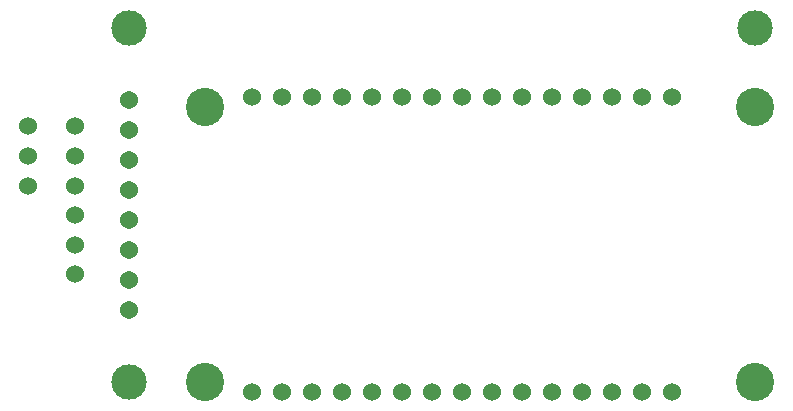
<source format=gbs>
G04 #@! TF.GenerationSoftware,KiCad,Pcbnew,7.0.8*
G04 #@! TF.CreationDate,2023-11-10T17:37:59-07:00*
G04 #@! TF.ProjectId,longmon-hatt,6c6f6e67-6d6f-46e2-9d68-6174742e6b69,rev?*
G04 #@! TF.SameCoordinates,Original*
G04 #@! TF.FileFunction,Soldermask,Bot*
G04 #@! TF.FilePolarity,Negative*
%FSLAX46Y46*%
G04 Gerber Fmt 4.6, Leading zero omitted, Abs format (unit mm)*
G04 Created by KiCad (PCBNEW 7.0.8) date 2023-11-10 17:37:59*
%MOMM*%
%LPD*%
G01*
G04 APERTURE LIST*
%ADD10C,3.240000*%
%ADD11C,1.524000*%
%ADD12C,3.000000*%
%ADD13C,1.540000*%
G04 APERTURE END LIST*
D10*
X146000000Y-111642000D03*
X192540000Y-111642000D03*
X146000000Y-88358000D03*
X192540000Y-88358000D03*
D11*
X185560000Y-87500000D03*
X152540000Y-112500000D03*
X155080000Y-112500000D03*
X150000000Y-112500000D03*
X157620000Y-112500000D03*
X160160000Y-112500000D03*
X162700000Y-112500000D03*
X165240000Y-112500000D03*
X167780000Y-112500000D03*
X170320000Y-112500000D03*
X172860000Y-112500000D03*
X175400000Y-112500000D03*
X177940000Y-112500000D03*
X180480000Y-112500000D03*
X180480000Y-87500000D03*
X177940000Y-87500000D03*
X175400000Y-87500000D03*
X172860000Y-87500000D03*
X170320000Y-87500000D03*
X167780000Y-87500000D03*
X165240000Y-87500000D03*
X150000000Y-87500000D03*
X162700000Y-87500000D03*
X152540000Y-87500000D03*
X157620000Y-87500000D03*
X155080000Y-87500000D03*
X160160000Y-87500000D03*
X183020000Y-112500000D03*
X183020000Y-87500000D03*
X185560000Y-112500000D03*
X135000000Y-90000000D03*
X135000000Y-92500000D03*
X135000000Y-95000000D03*
X135000000Y-97500000D03*
X135000000Y-100000000D03*
X135000000Y-102500000D03*
X131000000Y-92500000D03*
X131000000Y-95000000D03*
X131000000Y-90000000D03*
D12*
X139550000Y-81640000D03*
X139550000Y-111640000D03*
X192550000Y-81640000D03*
D13*
X139550000Y-87750000D03*
X139550000Y-90290000D03*
X139550000Y-92830000D03*
X139550000Y-95370000D03*
X139550000Y-97910000D03*
X139550000Y-100450000D03*
X139550000Y-102990000D03*
X139550000Y-105530000D03*
M02*

</source>
